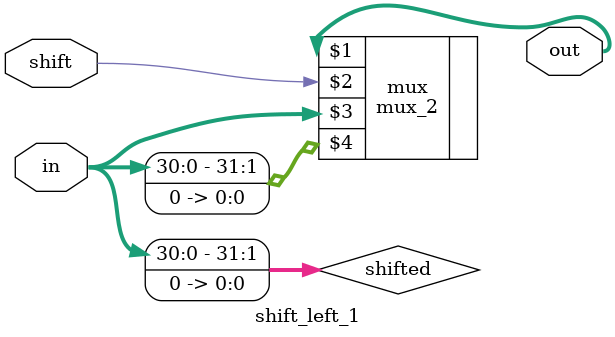
<source format=v>
module shift_left_1(
    output [31:0] out,
    input shift,
    input [31:0] in);

    wire [31:0] shifted;

    assign shifted[31:1] = in[30:0];
    assign shifted[0] = 1'b0;

    mux_2 mux(out, shift, in, shifted);
endmodule

</source>
